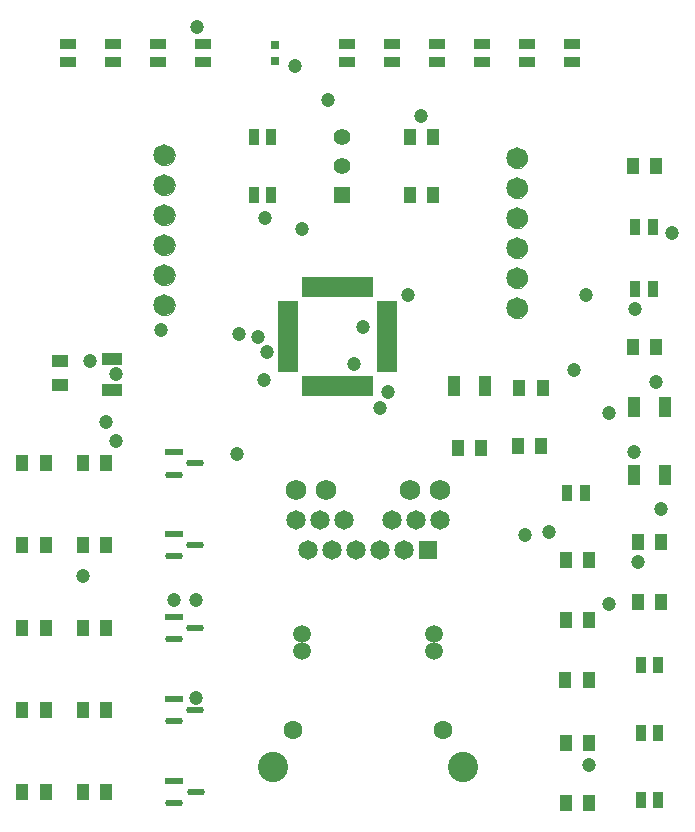
<source format=gts>
G04*
G04 #@! TF.GenerationSoftware,Altium Limited,Altium Designer,22.9.1 (49)*
G04*
G04 Layer_Color=8388736*
%FSLAX25Y25*%
%MOIN*%
G70*
G04*
G04 #@! TF.SameCoordinates,2D7BEFF4-9F28-405B-851C-CABBC44A95C7*
G04*
G04*
G04 #@! TF.FilePolarity,Negative*
G04*
G01*
G75*
%ADD19R,0.03937X0.05315*%
%ADD20R,0.03740X0.05315*%
G04:AMPARAMS|DCode=22|XSize=60.01mil|YSize=22.75mil|CornerRadius=11.38mil|HoleSize=0mil|Usage=FLASHONLY|Rotation=0.000|XOffset=0mil|YOffset=0mil|HoleType=Round|Shape=RoundedRectangle|*
%AMROUNDEDRECTD22*
21,1,0.06001,0.00000,0,0,0.0*
21,1,0.03725,0.02275,0,0,0.0*
1,1,0.02275,0.01863,0.00000*
1,1,0.02275,-0.01863,0.00000*
1,1,0.02275,-0.01863,0.00000*
1,1,0.02275,0.01863,0.00000*
%
%ADD22ROUNDEDRECTD22*%
%ADD23R,0.06001X0.02275*%
%ADD24R,0.05315X0.03937*%
%ADD26R,0.05315X0.03740*%
%ADD27R,0.02756X0.02559*%
%ADD28C,0.00000*%
%ADD29R,0.07142X0.02106*%
%ADD30R,0.02106X0.07142*%
%ADD31R,0.04343X0.06902*%
%ADD32R,0.06902X0.04343*%
%ADD33C,0.10072*%
%ADD34C,0.06312*%
%ADD35C,0.06824*%
%ADD36C,0.05918*%
%ADD37C,0.06493*%
%ADD38R,0.06493X0.06493*%
%ADD39C,0.05524*%
%ADD40R,0.05524X0.05524*%
%ADD41C,0.07178*%
%ADD42C,0.04737*%
D19*
X189437Y128500D02*
D03*
X181563D02*
D03*
X219846Y161500D02*
D03*
X227720D02*
D03*
X219846Y222000D02*
D03*
X227720D02*
D03*
X24374Y13260D02*
D03*
X16500D02*
D03*
X24374Y40500D02*
D03*
X16500D02*
D03*
X24374Y68000D02*
D03*
X16500D02*
D03*
X24374Y95500D02*
D03*
X16500D02*
D03*
X24374Y122760D02*
D03*
X16500D02*
D03*
X36563Y13260D02*
D03*
X44437D02*
D03*
X36563Y40500D02*
D03*
X44437D02*
D03*
X36563Y68000D02*
D03*
X44437D02*
D03*
X36563Y95500D02*
D03*
X44437D02*
D03*
X36563Y122760D02*
D03*
X44437D02*
D03*
X145563Y231606D02*
D03*
X153437D02*
D03*
X189937Y148000D02*
D03*
X182063D02*
D03*
X153437Y212394D02*
D03*
X145563D02*
D03*
X169437Y128000D02*
D03*
X161563D02*
D03*
X205390Y70500D02*
D03*
X197516D02*
D03*
X205327Y50500D02*
D03*
X197453D02*
D03*
X205390Y90500D02*
D03*
X197516D02*
D03*
Y9500D02*
D03*
X205390D02*
D03*
X197516Y29500D02*
D03*
X205390D02*
D03*
X229437Y76500D02*
D03*
X221563D02*
D03*
X229437Y96500D02*
D03*
X221563D02*
D03*
D20*
X220831Y201500D02*
D03*
X226736D02*
D03*
X220831Y181000D02*
D03*
X226736D02*
D03*
X99500Y212394D02*
D03*
X93594D02*
D03*
X99500Y231606D02*
D03*
X93594D02*
D03*
X203906Y113000D02*
D03*
X198000D02*
D03*
X228453Y10500D02*
D03*
X222547D02*
D03*
X228453Y33000D02*
D03*
X222547D02*
D03*
X228453Y55500D02*
D03*
X222547D02*
D03*
D22*
X74131Y122760D02*
D03*
X66964Y119020D02*
D03*
X74214Y13260D02*
D03*
X67047Y9520D02*
D03*
X74131Y68000D02*
D03*
X66964Y64260D02*
D03*
X74131Y40500D02*
D03*
X66964Y36760D02*
D03*
X74131Y95500D02*
D03*
X66964Y91760D02*
D03*
D23*
Y126500D02*
D03*
X67047Y17000D02*
D03*
X66964Y71740D02*
D03*
Y44240D02*
D03*
Y99240D02*
D03*
D24*
X29000Y149063D02*
D03*
Y156937D02*
D03*
D26*
X76827Y262496D02*
D03*
Y256591D02*
D03*
X199827Y262496D02*
D03*
Y256591D02*
D03*
X169827Y262496D02*
D03*
Y256591D02*
D03*
X184827Y262496D02*
D03*
Y256591D02*
D03*
X154827Y262496D02*
D03*
Y256591D02*
D03*
X31827Y262496D02*
D03*
Y256591D02*
D03*
X61827Y262496D02*
D03*
Y256591D02*
D03*
X46827Y262496D02*
D03*
Y256591D02*
D03*
X139827Y262496D02*
D03*
Y256591D02*
D03*
X124827Y262496D02*
D03*
Y256591D02*
D03*
D27*
X100827Y262201D02*
D03*
Y256886D02*
D03*
D28*
X67217Y225543D02*
X67066Y226542D01*
X66628Y227453D01*
X65940Y228194D01*
X65065Y228699D01*
X64080Y228924D01*
X63072Y228848D01*
X62132Y228479D01*
X61342Y227849D01*
X60773Y227014D01*
X60475Y226049D01*
Y225038D01*
X60773Y224072D01*
X61342Y223237D01*
X62132Y222607D01*
X63072Y222238D01*
X64080Y222163D01*
X65065Y222388D01*
X65940Y222893D01*
X66628Y223634D01*
X67066Y224544D01*
X67217Y225543D01*
Y215543D02*
X67066Y216543D01*
X66628Y217453D01*
X65940Y218194D01*
X65065Y218699D01*
X64080Y218924D01*
X63072Y218848D01*
X62132Y218479D01*
X61342Y217849D01*
X60773Y217014D01*
X60475Y216049D01*
Y215038D01*
X60773Y214072D01*
X61342Y213238D01*
X62132Y212608D01*
X63072Y212238D01*
X64080Y212163D01*
X65065Y212388D01*
X65940Y212893D01*
X66628Y213634D01*
X67066Y214544D01*
X67217Y215543D01*
Y205543D02*
X67066Y206542D01*
X66628Y207453D01*
X65940Y208194D01*
X65065Y208699D01*
X64080Y208924D01*
X63072Y208848D01*
X62132Y208479D01*
X61342Y207849D01*
X60773Y207014D01*
X60475Y206049D01*
Y205038D01*
X60773Y204072D01*
X61342Y203238D01*
X62132Y202607D01*
X63072Y202238D01*
X64080Y202163D01*
X65065Y202388D01*
X65940Y202893D01*
X66628Y203634D01*
X67066Y204544D01*
X67217Y205543D01*
Y195543D02*
X67066Y196543D01*
X66628Y197453D01*
X65940Y198194D01*
X65065Y198699D01*
X64080Y198924D01*
X63072Y198848D01*
X62132Y198479D01*
X61342Y197849D01*
X60773Y197014D01*
X60475Y196049D01*
Y195038D01*
X60773Y194072D01*
X61342Y193237D01*
X62132Y192607D01*
X63072Y192238D01*
X64080Y192163D01*
X65065Y192388D01*
X65940Y192893D01*
X66628Y193634D01*
X67066Y194544D01*
X67217Y195543D01*
Y185543D02*
X67066Y186542D01*
X66628Y187453D01*
X65940Y188194D01*
X65065Y188699D01*
X64080Y188924D01*
X63072Y188848D01*
X62132Y188479D01*
X61342Y187849D01*
X60773Y187014D01*
X60475Y186049D01*
Y185038D01*
X60773Y184072D01*
X61342Y183238D01*
X62132Y182607D01*
X63072Y182238D01*
X64080Y182163D01*
X65065Y182388D01*
X65940Y182893D01*
X66628Y183634D01*
X67066Y184544D01*
X67217Y185543D01*
Y175543D02*
X67066Y176542D01*
X66628Y177453D01*
X65940Y178194D01*
X65065Y178699D01*
X64080Y178924D01*
X63072Y178848D01*
X62132Y178479D01*
X61342Y177849D01*
X60773Y177014D01*
X60475Y176049D01*
Y175038D01*
X60773Y174073D01*
X61342Y173238D01*
X62132Y172608D01*
X63072Y172238D01*
X64080Y172163D01*
X65065Y172388D01*
X65940Y172893D01*
X66628Y173634D01*
X67066Y174544D01*
X67217Y175543D01*
X184717Y174543D02*
X184566Y175542D01*
X184128Y176453D01*
X183440Y177194D01*
X182565Y177699D01*
X181580Y177924D01*
X180572Y177848D01*
X179632Y177479D01*
X178842Y176849D01*
X178272Y176014D01*
X177975Y175049D01*
Y174038D01*
X178272Y173073D01*
X178842Y172238D01*
X179632Y171607D01*
X180572Y171238D01*
X181580Y171163D01*
X182565Y171388D01*
X183440Y171893D01*
X184128Y172634D01*
X184566Y173544D01*
X184717Y174543D01*
Y184543D02*
X184566Y185543D01*
X184128Y186453D01*
X183440Y187194D01*
X182565Y187699D01*
X181580Y187924D01*
X180572Y187848D01*
X179632Y187479D01*
X178842Y186849D01*
X178272Y186014D01*
X177975Y185049D01*
Y184038D01*
X178272Y183072D01*
X178842Y182238D01*
X179632Y181607D01*
X180572Y181238D01*
X181580Y181163D01*
X182565Y181388D01*
X183440Y181893D01*
X184128Y182634D01*
X184566Y183544D01*
X184717Y184543D01*
Y194543D02*
X184566Y195543D01*
X184128Y196453D01*
X183440Y197194D01*
X182565Y197699D01*
X181580Y197924D01*
X180572Y197848D01*
X179632Y197479D01*
X178842Y196849D01*
X178272Y196014D01*
X177975Y195049D01*
Y194038D01*
X178272Y193072D01*
X178842Y192237D01*
X179632Y191607D01*
X180572Y191238D01*
X181580Y191163D01*
X182565Y191388D01*
X183440Y191893D01*
X184128Y192634D01*
X184566Y193544D01*
X184717Y194543D01*
Y204543D02*
X184566Y205542D01*
X184128Y206453D01*
X183440Y207194D01*
X182565Y207699D01*
X181580Y207924D01*
X180572Y207848D01*
X179632Y207479D01*
X178842Y206849D01*
X178272Y206014D01*
X177975Y205049D01*
Y204038D01*
X178272Y203073D01*
X178842Y202238D01*
X179632Y201607D01*
X180572Y201238D01*
X181580Y201163D01*
X182565Y201388D01*
X183440Y201893D01*
X184128Y202634D01*
X184566Y203544D01*
X184717Y204543D01*
Y214543D02*
X184566Y215543D01*
X184128Y216453D01*
X183440Y217194D01*
X182565Y217699D01*
X181580Y217924D01*
X180572Y217848D01*
X179632Y217479D01*
X178842Y216849D01*
X178272Y216014D01*
X177975Y215049D01*
Y214038D01*
X178272Y213072D01*
X178842Y212238D01*
X179632Y211608D01*
X180572Y211238D01*
X181580Y211163D01*
X182565Y211388D01*
X183440Y211893D01*
X184128Y212634D01*
X184566Y213544D01*
X184717Y214543D01*
Y224543D02*
X184566Y225542D01*
X184128Y226453D01*
X183440Y227194D01*
X182565Y227699D01*
X181580Y227924D01*
X180572Y227848D01*
X179632Y227479D01*
X178842Y226849D01*
X178272Y226014D01*
X177975Y225049D01*
Y224038D01*
X178272Y223072D01*
X178842Y222237D01*
X179632Y221607D01*
X180572Y221238D01*
X181580Y221163D01*
X182565Y221388D01*
X183440Y221893D01*
X184128Y222634D01*
X184566Y223544D01*
X184717Y224543D01*
D29*
X105043Y154173D02*
D03*
X137957D02*
D03*
Y156142D02*
D03*
Y158110D02*
D03*
Y160079D02*
D03*
Y162047D02*
D03*
Y164016D02*
D03*
Y165984D02*
D03*
Y167953D02*
D03*
Y169921D02*
D03*
Y171890D02*
D03*
Y173858D02*
D03*
Y175827D02*
D03*
X105043D02*
D03*
Y173858D02*
D03*
Y171890D02*
D03*
Y169921D02*
D03*
Y167953D02*
D03*
Y165984D02*
D03*
Y164016D02*
D03*
Y162047D02*
D03*
Y160079D02*
D03*
Y158110D02*
D03*
Y156142D02*
D03*
D30*
X128390Y148543D02*
D03*
X130358D02*
D03*
X132327D02*
D03*
Y181457D02*
D03*
X130358D02*
D03*
X128390D02*
D03*
X126421D02*
D03*
X124453D02*
D03*
X122484D02*
D03*
X120516D02*
D03*
X118547D02*
D03*
X116579D02*
D03*
X114610D02*
D03*
X112642D02*
D03*
X110673D02*
D03*
Y148543D02*
D03*
X112642D02*
D03*
X126421D02*
D03*
X124453D02*
D03*
X122484D02*
D03*
X120516D02*
D03*
X118547D02*
D03*
X116579D02*
D03*
X114610D02*
D03*
D31*
X230717Y141500D02*
D03*
X220284D02*
D03*
X160283Y148500D02*
D03*
X170717D02*
D03*
X220284Y119000D02*
D03*
X230717D02*
D03*
D32*
X46500Y157717D02*
D03*
Y147283D02*
D03*
D33*
X99996Y21500D02*
D03*
X163500D02*
D03*
D34*
X106748Y34020D02*
D03*
X156748D02*
D03*
D35*
X107772Y114020D02*
D03*
X117772D02*
D03*
X145724D02*
D03*
X155724D02*
D03*
D36*
X109740Y60240D02*
D03*
X153756D02*
D03*
X109740Y65988D02*
D03*
X153756D02*
D03*
D37*
X107772Y104020D02*
D03*
X115764D02*
D03*
X123756D02*
D03*
X139740D02*
D03*
X147732D02*
D03*
X155724D02*
D03*
X111768Y94020D02*
D03*
X119760D02*
D03*
X127752D02*
D03*
X135744D02*
D03*
X143736D02*
D03*
D38*
X151728D02*
D03*
D39*
X123000Y231606D02*
D03*
Y222000D02*
D03*
D40*
Y212394D02*
D03*
D41*
X63827Y225543D02*
D03*
Y215543D02*
D03*
Y205543D02*
D03*
Y195543D02*
D03*
Y185543D02*
D03*
Y175543D02*
D03*
X181327Y174543D02*
D03*
Y184543D02*
D03*
Y194543D02*
D03*
Y204543D02*
D03*
Y214543D02*
D03*
Y224543D02*
D03*
D42*
X138500Y146500D02*
D03*
X97000Y150500D02*
D03*
X88714Y165928D02*
D03*
X98000Y160000D02*
D03*
X94881Y165000D02*
D03*
X130100Y168119D02*
D03*
X118500Y244000D02*
D03*
X107300Y255200D02*
D03*
X74552Y268348D02*
D03*
X233000Y199500D02*
D03*
X200400Y153800D02*
D03*
X44437Y136563D02*
D03*
X87900Y125960D02*
D03*
X97500Y204600D02*
D03*
X62600Y167200D02*
D03*
X149206Y238600D02*
D03*
X220831Y174400D02*
D03*
X135835Y141372D02*
D03*
X212100Y139500D02*
D03*
X127000Y156000D02*
D03*
X220284Y126600D02*
D03*
X227720Y149820D02*
D03*
X205390Y22190D02*
D03*
X211900Y76000D02*
D03*
X204500Y178900D02*
D03*
X145100D02*
D03*
X74200Y44600D02*
D03*
Y77300D02*
D03*
X66964Y77336D02*
D03*
X36563Y85100D02*
D03*
X47600Y130100D02*
D03*
Y152500D02*
D03*
X39100Y156937D02*
D03*
X192000Y100000D02*
D03*
X184100Y98900D02*
D03*
X109800Y200900D02*
D03*
X229437Y107500D02*
D03*
X221563Y90000D02*
D03*
M02*

</source>
